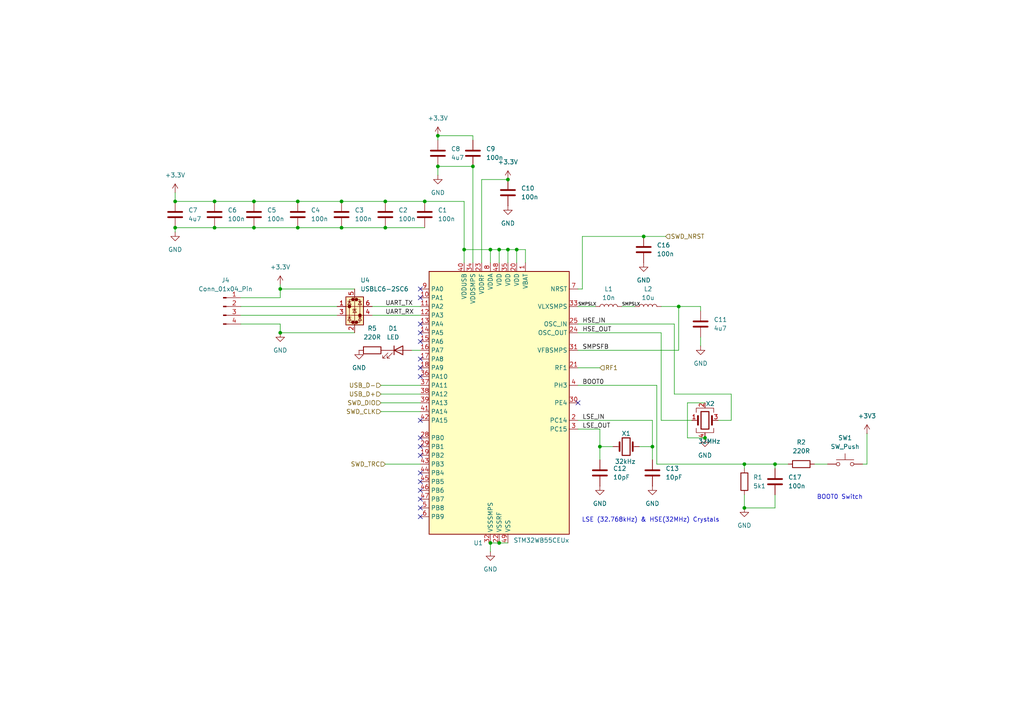
<source format=kicad_sch>
(kicad_sch (version 20250114) (generator "eeschema") (generator_version "9.0")
  (paper "A4")
  (lib_symbols
    (symbol "Connector:Conn_01x04_Pin" (pin_names (offset 1.016) (hide yes))
      (property "Reference" "J" (at 0 5.08 0))
      (property "Value" "Conn_01x04_Pin" (at 0 -7.62 0))
      (symbol "Conn_01x04_Pin_1_1"
        (rectangle (start 0.8636 2.667) (end 0 2.413) (stroke (width 0.1524)) (fill (type outline)))
        (rectangle (start 0.8636 0.127) (end 0 -0.127) (stroke (width 0.1524)) (fill (type outline)))
        (rectangle (start 0.8636 -2.413) (end 0 -2.667) (stroke (width 0.1524)) (fill (type outline)))
        (rectangle (start 0.8636 -4.953) (end 0 -5.207) (stroke (width 0.1524)) (fill (type outline)))
        (polyline (pts (xy 1.27 2.54) (xy 0.8636 2.54)) (stroke (width 0.1524)))
        (polyline (pts (xy 1.27 0) (xy 0.8636 0)) (stroke (width 0.1524)))
        (polyline (pts (xy 1.27 -2.54) (xy 0.8636 -2.54)) (stroke (width 0.1524)))
        (polyline (pts (xy 1.27 -5.08) (xy 0.8636 -5.08)) (stroke (width 0.1524)))
        (pin passive line (at 5.08 2.54 180) (length 3.81) (name "Pin_1") (number "1"))
        (pin passive line (at 5.08 0 180) (length 3.81) (name "Pin_2") (number "2"))
        (pin passive line (at 5.08 -2.54 180) (length 3.81) (name "Pin_3") (number "3"))
        (pin passive line (at 5.08 -5.08 180) (length 3.81) (name "Pin_4") (number "4"))
      )
    )
    (symbol "Device:C" (pin_numbers (hide yes)) (pin_names (offset 0.254))
      (property "Reference" "C" (at 0.635 2.54 0))
      (property "Value" "C" (at 0.635 -2.54 0))
      (symbol "C_0_1"
        (polyline (pts (xy -2.032 0.762) (xy 2.032 0.762)) (stroke (width 0.508)))
        (polyline (pts (xy -2.032 -0.762) (xy 2.032 -0.762)) (stroke (width 0.508)))
      )
      (symbol "C_1_1"
        (pin passive line (at 0 3.81 270) (length 2.794) (name "~") (number "1"))
        (pin passive line (at 0 -3.81 90) (length 2.794) (name "~") (number "2"))
      )
    )
    (symbol "Device:Crystal" (pin_numbers (hide yes)) (pin_names (offset 1.016) (hide yes))
      (property "Reference" "Y" (at 0 3.81 0))
      (property "Value" "Crystal" (at 0 -3.81 0))
      (symbol "Crystal_0_1"
        (polyline (pts (xy -2.54 0) (xy -1.905 0)))
        (polyline (pts (xy -1.905 -1.27) (xy -1.905 1.27)) (stroke (width 0.508)))
        (rectangle (start -1.143 2.54) (end 1.143 -2.54) (stroke (width 0.3048)))
        (polyline (pts (xy 1.905 -1.27) (xy 1.905 1.27)) (stroke (width 0.508)))
        (polyline (pts (xy 2.54 0) (xy 1.905 0)))
      )
      (symbol "Crystal_1_1"
        (pin passive line (at -3.81 0 0) (length 1.27) (name "1") (number "1"))
        (pin passive line (at 3.81 0 180) (length 1.27) (name "2") (number "2"))
      )
    )
    (symbol "Device:Crystal_GND24" (pin_names (offset 1.016) (hide yes))
      (property "Reference" "Y" (at 3.175 5.08 0))
      (property "Value" "Crystal_GND24" (at 3.175 3.175 0))
      (symbol "Crystal_GND24_0_1"
        (polyline (pts (xy -2.54 2.286) (xy -2.54 3.556) (xy 2.54 3.556) (xy 2.54 2.286)))
        (polyline (pts (xy -2.54 0) (xy -2.032 0)))
        (polyline (pts (xy -2.54 -2.286) (xy -2.54 -3.556) (xy 2.54 -3.556) (xy 2.54 -2.286)))
        (polyline (pts (xy -2.032 -1.27) (xy -2.032 1.27)) (stroke (width 0.508)))
        (rectangle (start -1.143 2.54) (end 1.143 -2.54) (stroke (width 0.3048)))
        (polyline (pts (xy 0 3.556) (xy 0 3.81)))
        (polyline (pts (xy 0 -3.81) (xy 0 -3.556)))
        (polyline (pts (xy 2.032 0) (xy 2.54 0)))
        (polyline (pts (xy 2.032 -1.27) (xy 2.032 1.27)) (stroke (width 0.508)))
      )
      (symbol "Crystal_GND24_1_1"
        (pin passive line (at -3.81 0 0) (length 1.27) (name "1") (number "1"))
        (pin passive line (at 0 5.08 270) (length 1.27) (name "2") (number "2"))
        (pin passive line (at 0 -5.08 90) (length 1.27) (name "4") (number "4"))
        (pin passive line (at 3.81 0 180) (length 1.27) (name "3") (number "3"))
      )
    )
    (symbol "Device:L" (pin_numbers (hide yes)) (pin_names (offset 1.016) (hide yes))
      (property "Reference" "L" (at -1.27 0 90))
      (property "Value" "L" (at 1.905 0 90))
      (symbol "L_0_1"
        (arc (start 0 2.54) (mid 0.6323 1.905) (end 0 1.27))
        (arc (start 0 1.27) (mid 0.6323 0.635) (end 0 0))
        (arc (start 0 0) (mid 0.6323 -0.635) (end 0 -1.27))
        (arc (start 0 -1.27) (mid 0.6323 -1.905) (end 0 -2.54))
      )
      (symbol "L_1_1"
        (pin passive line (at 0 3.81 270) (length 1.27) (name "1") (number "1"))
        (pin passive line (at 0 -3.81 90) (length 1.27) (name "2") (number "2"))
      )
    )
    (symbol "Device:LED" (pin_numbers (hide yes)) (pin_names (offset 1.016) (hide yes))
      (property "Reference" "D" (at 0 2.54 0))
      (property "Value" "LED" (at 0 -2.54 0))
      (symbol "LED_0_1"
        (polyline (pts (xy -3.048 -0.762) (xy -4.572 -2.286) (xy -3.81 -2.286) (xy -4.572 -2.286) (xy -4.572 -1.524)))
        (polyline (pts (xy -1.778 -0.762) (xy -3.302 -2.286) (xy -2.54 -2.286) (xy -3.302 -2.286) (xy -3.302 -1.524)))
        (polyline (pts (xy -1.27 0) (xy 1.27 0)))
        (polyline (pts (xy -1.27 -1.27) (xy -1.27 1.27)) (stroke (width 0.254)))
        (polyline (pts (xy 1.27 -1.27) (xy 1.27 1.27) (xy -1.27 0) (xy 1.27 -1.27)) (stroke (width 0.254)))
      )
      (symbol "LED_1_1"
        (pin passive line (at -3.81 0 0) (length 2.54) (name "K") (number "1"))
        (pin passive line (at 3.81 0 180) (length 2.54) (name "A") (number "2"))
      )
    )
    (symbol "Device:R" (pin_numbers (hide yes)) (pin_names (offset 0))
      (property "Reference" "R" (at 2.032 0 90))
      (property "Value" "R" (at 0 0 90))
      (symbol "R_0_1"
        (rectangle (start -1.016 -2.54) (end 1.016 2.54) (stroke (width 0.254)))
      )
      (symbol "R_1_1"
        (pin passive line (at 0 3.81 270) (length 1.27) (name "~") (number "1"))
        (pin passive line (at 0 -3.81 90) (length 1.27) (name "~") (number "2"))
      )
    )
    (symbol "MCU_ST_STM32WB:STM32WB55CEUx"
      (property "Reference" "U" (at -20.32 39.37 0))
      (property "Value" "STM32WB55CEUx" (at 12.7 39.37 0))
      (symbol "STM32WB55CEUx_0_1"
        (rectangle (start -20.32 -38.1) (end 20.32 38.1) (stroke (width 0.254)) (fill (type background)))
      )
      (symbol "STM32WB55CEUx_1_1"
        (pin input line (at -22.86 33.02 0) (length 2.54) (name "NRST") (number "7"))
        (pin power_in line (at -22.86 27.94 0) (length 2.54) (name "VLXSMPS") (number "33"))
        (pin input line (at -22.86 22.86 0) (length 2.54) (name "OSC_IN") (number "25"))
        (pin input line (at -22.86 20.32 0) (length 2.54) (name "OSC_OUT") (number "24"))
        (pin input line (at -22.86 15.24 0) (length 2.54) (name "VFBSMPS") (number "31"))
        (pin bidirectional line (at -22.86 10.16 0) (length 2.54) (name "RF1") (number "21"))
        (pin bidirectional line (at -22.86 5.08 0) (length 2.54) (name "PH3") (number "4"))
        (pin bidirectional line (at -22.86 0 0) (length 2.54) (name "PE4") (number "30"))
        (pin bidirectional line (at -22.86 -5.08 0) (length 2.54) (name "PC14") (number "2"))
        (pin bidirectional line (at -22.86 -7.62 0) (length 2.54) (name "PC15") (number "3"))
        (pin no_connect line (at -20.32 -35.56 0) (length 2.54) (hide yes) (name "AT1") (number "27"))
        (pin no_connect line (at -20.32 -38.1 0) (length 2.54) (hide yes) (name "AT0") (number "26"))
        (pin power_in line (at -7.62 40.64 270) (length 2.54) (name "VBAT") (number "1"))
        (pin power_in line (at -5.08 40.64 270) (length 2.54) (name "VDD") (number "20"))
        (pin power_in line (at -2.54 40.64 270) (length 2.54) (name "VDD") (number "35"))
        (pin power_in line (at -2.54 -40.64 90) (length 2.54) (name "VSS") (number "49"))
        (pin power_in line (at 0 40.64 270) (length 2.54) (name "VDD") (number "48"))
        (pin power_in line (at 0 -40.64 90) (length 2.54) (name "VSSRF") (number "22"))
        (pin power_in line (at 2.54 40.64 270) (length 2.54) (name "VDDA") (number "8"))
        (pin power_in line (at 2.54 -40.64 90) (length 2.54) (name "VSSSMPS") (number "32"))
        (pin power_in line (at 5.08 40.64 270) (length 2.54) (name "VDDRF") (number "23"))
        (pin power_in line (at 7.62 40.64 270) (length 2.54) (name "VDDSMPS") (number "34"))
        (pin power_in line (at 10.16 40.64 270) (length 2.54) (name "VDDUSB") (number "40"))
        (pin bidirectional line (at 22.86 33.02 180) (length 2.54) (name "PA0") (number "9"))
        (pin bidirectional line (at 22.86 30.48 180) (length 2.54) (name "PA1") (number "10"))
        (pin bidirectional line (at 22.86 27.94 180) (length 2.54) (name "PA2") (number "11"))
        (pin bidirectional line (at 22.86 25.4 180) (length 2.54) (name "PA3") (number "12"))
        (pin bidirectional line (at 22.86 22.86 180) (length 2.54) (name "PA4") (number "13"))
        (pin bidirectional line (at 22.86 20.32 180) (length 2.54) (name "PA5") (number "14"))
        (pin bidirectional line (at 22.86 17.78 180) (length 2.54) (name "PA6") (number "15"))
        (pin bidirectional line (at 22.86 15.24 180) (length 2.54) (name "PA7") (number "16"))
        (pin bidirectional line (at 22.86 12.7 180) (length 2.54) (name "PA8") (number "17"))
        (pin bidirectional line (at 22.86 10.16 180) (length 2.54) (name "PA9") (number "18"))
        (pin bidirectional line (at 22.86 7.62 180) (length 2.54) (name "PA10") (number "36"))
        (pin bidirectional line (at 22.86 5.08 180) (length 2.54) (name "PA11") (number "37"))
        (pin bidirectional line (at 22.86 2.54 180) (length 2.54) (name "PA12") (number "38"))
        (pin bidirectional line (at 22.86 0 180) (length 2.54) (name "PA13") (number "39"))
        (pin bidirectional line (at 22.86 -2.54 180) (length 2.54) (name "PA14") (number "41"))
        (pin bidirectional line (at 22.86 -5.08 180) (length 2.54) (name "PA15") (number "42"))
        (pin bidirectional line (at 22.86 -10.16 180) (length 2.54) (name "PB0") (number "28"))
        (pin bidirectional line (at 22.86 -12.7 180) (length 2.54) (name "PB1") (number "29"))
        (pin bidirectional line (at 22.86 -15.24 180) (length 2.54) (name "PB2") (number "19"))
        (pin bidirectional line (at 22.86 -17.78 180) (length 2.54) (name "PB3") (number "43"))
        (pin bidirectional line (at 22.86 -20.32 180) (length 2.54) (name "PB4") (number "44"))
        (pin bidirectional line (at 22.86 -22.86 180) (length 2.54) (name "PB5") (number "45"))
        (pin bidirectional line (at 22.86 -25.4 180) (length 2.54) (name "PB6") (number "46"))
        (pin bidirectional line (at 22.86 -27.94 180) (length 2.54) (name "PB7") (number "47"))
        (pin bidirectional line (at 22.86 -30.48 180) (length 2.54) (name "PB8") (number "5"))
        (pin bidirectional line (at 22.86 -33.02 180) (length 2.54) (name "PB9") (number "6"))
      )
    )
    (symbol "Power_Protection:USBLC6-2SC6" (pin_names (hide yes))
      (property "Reference" "U" (at 0.635 5.715 0))
      (property "Value" "USBLC6-2SC6" (at 0.635 3.81 0))
      (symbol "USBLC6-2SC6_0_0"
        (circle (center -1.524 0) (radius 0.0001) (stroke (width 0.508)))
        (circle (center -0.508 2.032) (radius 0.0001) (stroke (width 0.508)))
        (circle (center -0.508 -4.572) (radius 0.0001) (stroke (width 0.508)))
        (circle (center 0.508 2.032) (radius 0.0001) (stroke (width 0.508)))
        (circle (center 0.508 -4.572) (radius 0.0001) (stroke (width 0.508)))
        (circle (center 1.524 -2.54) (radius 0.0001) (stroke (width 0.508)))
      )
      (symbol "USBLC6-2SC6_0_1"
        (polyline (pts (xy -2.54 0) (xy 2.54 0)))
        (polyline (pts (xy -2.54 -2.54) (xy 2.54 -2.54)))
        (polyline (pts (xy -2.032 0.508) (xy -1.016 0.508) (xy -1.524 1.524) (xy -2.032 0.508)))
        (polyline (pts (xy -2.032 -3.048) (xy -1.016 -3.048)))
        (polyline (pts (xy -1.016 1.524) (xy -2.032 1.524)))
        (polyline (pts (xy -1.016 -4.064) (xy -2.032 -4.064) (xy -1.524 -3.048) (xy -1.016 -4.064)))
        (polyline (pts (xy -0.508 -1.143) (xy -0.508 -0.762) (xy 0.508 -0.762)))
        (polyline (pts (xy 0 2.54) (xy -0.508 2.032) (xy 0.508 2.032) (xy 0 1.524) (xy 0 -4.064) (xy -0.508 -4.572) (xy 0.508 -4.572) (xy 0 -5.08)))
        (polyline (pts (xy 0.508 -1.778) (xy -0.508 -1.778) (xy 0 -0.762) (xy 0.508 -1.778)))
        (polyline (pts (xy 1.016 1.524) (xy 2.032 1.524)))
        (polyline (pts (xy 1.016 -3.048) (xy 2.032 -3.048)))
        (polyline (pts (xy 2.032 0.508) (xy 1.016 0.508) (xy 1.524 1.524) (xy 2.032 0.508)))
        (polyline (pts (xy 2.032 -4.064) (xy 1.016 -4.064) (xy 1.524 -3.048) (xy 2.032 -4.064)))
      )
      (symbol "USBLC6-2SC6_1_1"
        (rectangle (start -2.54 2.794) (end 2.54 -5.334) (stroke (width 0.254)) (fill (type background)))
        (polyline (pts (xy -0.508 2.032) (xy -1.524 2.032) (xy -1.524 -4.572) (xy -0.508 -4.572)))
        (polyline (pts (xy 0.508 -4.572) (xy 1.524 -4.572) (xy 1.524 2.032) (xy 0.508 2.032)))
        (pin passive line (at -5.08 0 0) (length 2.54) (name "I/O1") (number "1"))
        (pin passive line (at -5.08 -2.54 0) (length 2.54) (name "I/O2") (number "3"))
        (pin passive line (at 0 5.08 270) (length 2.54) (name "VBUS") (number "5"))
        (pin passive line (at 0 -7.62 90) (length 2.54) (name "GND") (number "2"))
        (pin passive line (at 5.08 0 180) (length 2.54) (name "I/O1") (number "6"))
        (pin passive line (at 5.08 -2.54 180) (length 2.54) (name "I/O2") (number "4"))
      )
    )
    (symbol "Switch:SW_Push" (pin_numbers (hide yes)) (pin_names (offset 1.016) (hide yes))
      (property "Reference" "SW" (at 1.27 2.54 0))
      (property "Value" "SW_Push" (at 0 -1.524 0))
      (symbol "SW_Push_0_1"
        (circle (center -2.032 0) (radius 0.508))
        (polyline (pts (xy 0 1.27) (xy 0 3.048)))
        (circle (center 2.032 0) (radius 0.508))
        (polyline (pts (xy 2.54 1.27) (xy -2.54 1.27)))
        (pin passive line (at -5.08 0 0) (length 2.54) (name "1") (number "1"))
        (pin passive line (at 5.08 0 180) (length 2.54) (name "2") (number "2"))
      )
    )
    (symbol "power:+3.3V" (power) (pin_numbers (hide yes)) (pin_names (offset 0) (hide yes))
      (property "Value" "+3.3V" (at 0 3.556 0))
      (symbol "+3.3V_0_1"
        (polyline (pts (xy -0.762 1.27) (xy 0 2.54)))
        (polyline (pts (xy 0 2.54) (xy 0.762 1.27)))
        (polyline (pts (xy 0 0) (xy 0 2.54)))
      )
      (symbol "+3.3V_1_1"
        (pin power_in line (at 0 0 90) (length 0) (name "~") (number "1"))
      )
    )
    (symbol "power:+3V3" (power) (pin_numbers (hide yes)) (pin_names (offset 0) (hide yes))
      (property "Value" "+3V3" (at 0 3.556 0))
      (symbol "+3V3_0_1"
        (polyline (pts (xy -0.762 1.27) (xy 0 2.54)))
        (polyline (pts (xy 0 2.54) (xy 0.762 1.27)))
        (polyline (pts (xy 0 0) (xy 0 2.54)))
      )
      (symbol "+3V3_1_1"
        (pin power_in line (at 0 0 90) (length 0) (name "~") (number "1"))
      )
    )
    (symbol "power:GND" (power) (pin_numbers (hide yes)) (pin_names (offset 0) (hide yes))
      (property "Value" "GND" (at 0 -3.81 0))
      (symbol "GND_0_1"
        (polyline (pts (xy 0 0) (xy 0 -1.27) (xy 1.27 -1.27) (xy 0 -2.54) (xy -1.27 -1.27) (xy 0 -1.27)))
      )
      (symbol "GND_1_1"
        (pin power_in line (at 0 0 270) (length 0) (name "~") (number "1"))
      )
    )
  )
  (text "BOOT0 Switch\n" (at 243.586 144.272 0) (effects (font (size 1.27 1.27))))
  (text "LSE (32.768kHz) & HSE(32MHz) Crystals" (at 188.722 150.876 0) (effects (font (size 1.27 1.27))))
  (junction (at 173.99 129.54))
  (junction (at 50.8 58.42))
  (junction (at 50.8 66.04))
  (junction (at 86.36 66.04))
  (junction (at 204.47 127))
  (junction (at 215.9 134.62))
  (junction (at 144.78 157.48))
  (junction (at 142.24 72.39))
  (junction (at 134.62 72.39))
  (junction (at 147.32 72.39))
  (junction (at 149.86 72.39))
  (junction (at 137.16 48.26))
  (junction (at 215.9 147.32))
  (junction (at 196.85 88.9))
  (junction (at 73.66 66.04))
  (junction (at 127 39.37))
  (junction (at 62.23 58.42))
  (junction (at 147.32 52.07))
  (junction (at 189.23 129.54))
  (junction (at 99.06 58.42))
  (junction (at 111.76 58.42))
  (junction (at 224.79 134.62))
  (junction (at 99.06 66.04))
  (junction (at 81.28 96.52))
  (junction (at 62.23 66.04))
  (junction (at 144.78 72.39))
  (junction (at 86.36 58.42))
  (junction (at 81.28 83.82))
  (junction (at 186.69 68.58))
  (junction (at 111.76 66.04))
  (junction (at 123.19 58.42))
  (junction (at 142.24 157.48))
  (junction (at 73.66 58.42))
  (junction (at 127 48.26))
  (no_connect (at 121.92 149.86))
  (no_connect (at 167.64 116.84))
  (no_connect (at 121.92 132.08))
  (no_connect (at 121.92 104.14))
  (no_connect (at 121.92 93.98))
  (no_connect (at 121.92 139.7))
  (no_connect (at 121.92 96.52))
  (no_connect (at 121.92 147.32))
  (no_connect (at 121.92 121.92))
  (no_connect (at 121.92 83.82))
  (no_connect (at 121.92 86.36))
  (no_connect (at 121.92 109.22))
  (no_connect (at 121.92 137.16))
  (no_connect (at 121.92 106.68))
  (no_connect (at 121.92 99.06))
  (no_connect (at 121.92 129.54))
  (no_connect (at 121.92 142.24))
  (no_connect (at 121.92 144.78))
  (no_connect (at 121.92 127))
  (wire (pts (xy 137.16 39.37) (xy 137.16 40.64)))
  (wire (pts (xy 142.24 157.48) (xy 144.78 157.48)))
  (wire (pts (xy 107.95 88.9) (xy 121.92 88.9)))
  (wire (pts (xy 62.23 58.42) (xy 73.66 58.42)))
  (wire (pts (xy 73.66 58.42) (xy 86.36 58.42)))
  (wire (pts (xy 127 39.37) (xy 127 40.64)))
  (wire (pts (xy 191.77 88.9) (xy 196.85 88.9)))
  (wire (pts (xy 50.8 58.42) (xy 62.23 58.42)))
  (wire (pts (xy 167.64 93.98) (xy 195.58 93.98)))
  (wire (pts (xy 69.85 93.98) (xy 81.28 93.98)))
  (wire (pts (xy 134.62 72.39) (xy 134.62 76.2)))
  (wire (pts (xy 144.78 72.39) (xy 144.78 76.2)))
  (wire (pts (xy 50.8 66.04) (xy 62.23 66.04)))
  (wire (pts (xy 142.24 157.48) (xy 142.24 160.02)))
  (wire (pts (xy 110.49 119.38) (xy 121.92 119.38)))
  (wire (pts (xy 69.85 91.44) (xy 97.79 91.44)))
  (wire (pts (xy 167.64 121.92) (xy 189.23 121.92)))
  (wire (pts (xy 190.5 134.62) (xy 215.9 134.62)))
  (wire (pts (xy 134.62 72.39) (xy 142.24 72.39)))
  (wire (pts (xy 224.79 134.62) (xy 228.6 134.62)))
  (wire (pts (xy 167.64 88.9) (xy 172.72 88.9)))
  (wire (pts (xy 173.99 129.54) (xy 173.99 133.35)))
  (wire (pts (xy 111.76 134.62) (xy 121.92 134.62)))
  (wire (pts (xy 167.64 101.6) (xy 196.85 101.6)))
  (wire (pts (xy 180.34 88.9) (xy 184.15 88.9)))
  (wire (pts (xy 236.22 134.62) (xy 240.03 134.62)))
  (wire (pts (xy 215.9 134.62) (xy 215.9 135.89)))
  (wire (pts (xy 189.23 121.92) (xy 189.23 129.54)))
  (wire (pts (xy 144.78 72.39) (xy 147.32 72.39)))
  (wire (pts (xy 199.39 116.84) (xy 199.39 127)))
  (wire (pts (xy 215.9 147.32) (xy 215.9 143.51)))
  (wire (pts (xy 224.79 147.32) (xy 224.79 143.51)))
  (wire (pts (xy 102.87 96.52) (xy 81.28 96.52)))
  (wire (pts (xy 251.46 125.73) (xy 251.46 134.62)))
  (wire (pts (xy 193.04 68.58) (xy 186.69 68.58)))
  (wire (pts (xy 152.4 72.39) (xy 152.4 76.2)))
  (wire (pts (xy 110.49 116.84) (xy 121.92 116.84)))
  (wire (pts (xy 50.8 55.88) (xy 50.8 58.42)))
  (wire (pts (xy 191.77 96.52) (xy 167.64 96.52)))
  (wire (pts (xy 73.66 66.04) (xy 86.36 66.04)))
  (wire (pts (xy 111.76 66.04) (xy 123.19 66.04)))
  (wire (pts (xy 215.9 147.32) (xy 224.79 147.32)))
  (wire (pts (xy 62.23 66.04) (xy 73.66 66.04)))
  (wire (pts (xy 127 48.26) (xy 137.16 48.26)))
  (wire (pts (xy 69.85 86.36) (xy 81.28 86.36)))
  (wire (pts (xy 199.39 127) (xy 204.47 127)))
  (wire (pts (xy 86.36 58.42) (xy 99.06 58.42)))
  (wire (pts (xy 107.95 91.44) (xy 121.92 91.44)))
  (wire (pts (xy 119.38 101.6) (xy 121.92 101.6)))
  (wire (pts (xy 173.99 124.46) (xy 173.99 129.54)))
  (wire (pts (xy 200.66 121.92) (xy 191.77 121.92)))
  (wire (pts (xy 224.79 134.62) (xy 224.79 135.89)))
  (wire (pts (xy 167.64 111.76) (xy 190.5 111.76)))
  (wire (pts (xy 81.28 96.52) (xy 81.28 93.98)))
  (wire (pts (xy 99.06 58.42) (xy 111.76 58.42)))
  (wire (pts (xy 86.36 66.04) (xy 99.06 66.04)))
  (wire (pts (xy 50.8 66.04) (xy 50.8 67.31)))
  (wire (pts (xy 215.9 134.62) (xy 224.79 134.62)))
  (wire (pts (xy 212.09 114.3) (xy 212.09 121.92)))
  (wire (pts (xy 134.62 58.42) (xy 134.62 72.39)))
  (wire (pts (xy 69.85 88.9) (xy 97.79 88.9)))
  (wire (pts (xy 139.7 52.07) (xy 139.7 76.2)))
  (wire (pts (xy 149.86 72.39) (xy 152.4 72.39)))
  (wire (pts (xy 137.16 48.26) (xy 137.16 76.2)))
  (wire (pts (xy 142.24 72.39) (xy 142.24 76.2)))
  (wire (pts (xy 149.86 72.39) (xy 149.86 76.2)))
  (wire (pts (xy 142.24 72.39) (xy 144.78 72.39)))
  (wire (pts (xy 186.69 68.58) (xy 168.91 68.58)))
  (wire (pts (xy 81.28 86.36) (xy 81.28 83.82)))
  (wire (pts (xy 190.5 111.76) (xy 190.5 134.62)))
  (wire (pts (xy 147.32 72.39) (xy 149.86 72.39)))
  (wire (pts (xy 195.58 114.3) (xy 212.09 114.3)))
  (wire (pts (xy 203.2 88.9) (xy 203.2 90.17)))
  (wire (pts (xy 196.85 101.6) (xy 196.85 88.9)))
  (wire (pts (xy 173.99 129.54) (xy 177.8 129.54)))
  (wire (pts (xy 195.58 93.98) (xy 195.58 114.3)))
  (wire (pts (xy 127 39.37) (xy 137.16 39.37)))
  (wire (pts (xy 110.49 111.76) (xy 121.92 111.76)))
  (wire (pts (xy 144.78 157.48) (xy 147.32 157.48)))
  (wire (pts (xy 110.49 114.3) (xy 121.92 114.3)))
  (wire (pts (xy 196.85 88.9) (xy 203.2 88.9)))
  (wire (pts (xy 251.46 134.62) (xy 250.19 134.62)))
  (wire (pts (xy 81.28 83.82) (xy 81.28 82.55)))
  (wire (pts (xy 134.62 58.42) (xy 123.19 58.42)))
  (wire (pts (xy 111.76 58.42) (xy 123.19 58.42)))
  (wire (pts (xy 168.91 68.58) (xy 168.91 83.82)))
  (wire (pts (xy 147.32 72.39) (xy 147.32 76.2)))
  (wire (pts (xy 212.09 121.92) (xy 208.28 121.92)))
  (wire (pts (xy 203.2 100.33) (xy 203.2 97.79)))
  (wire (pts (xy 191.77 121.92) (xy 191.77 96.52)))
  (wire (pts (xy 168.91 83.82) (xy 167.64 83.82)))
  (wire (pts (xy 185.42 129.54) (xy 189.23 129.54)))
  (wire (pts (xy 147.32 52.07) (xy 139.7 52.07)))
  (wire (pts (xy 167.64 124.46) (xy 173.99 124.46)))
  (wire (pts (xy 189.23 129.54) (xy 189.23 133.35)))
  (wire (pts (xy 99.06 66.04) (xy 111.76 66.04)))
  (wire (pts (xy 81.28 83.82) (xy 102.87 83.82)))
  (wire (pts (xy 204.47 116.84) (xy 199.39 116.84)))
  (wire (pts (xy 127 48.26) (xy 127 50.8)))
  (wire (pts (xy 167.64 106.68) (xy 173.99 106.68)))
  (label "BOOT0" (at 168.91 111.76 0))
  (label "LSE_OUT" (at 168.91 124.46 0))
  (label "HSE_OUT" (at 168.91 96.52 0))
  (label "UART_TX" (at 111.76 88.9 0))
  (label "SMPSLX" (at 167.64 88.9 0) (effects (font (size 0.889 0.889))))
  (label "SMPSFB" (at 168.91 101.6 0))
  (label "LSE_IN" (at 168.91 121.92 0))
  (label "HSE_IN" (at 168.91 93.98 0))
  (label "SMPSLX" (at 180.34 88.9 0) (effects (font (size 0.889 0.889))))
  (label "UART_RX" (at 111.76 91.44 0))
  (hierarchical_label "SWD_CLK" (shape input) (at 110.49 119.38 180))
  (hierarchical_label "USB_D-" (shape input) (at 110.49 111.76 180))
  (hierarchical_label "SWD_DIO" (shape input) (at 110.49 116.84 180))
  (hierarchical_label "SWD_TRC" (shape input) (at 111.76 134.62 180))
  (hierarchical_label "SWD_NRST" (shape input) (at 193.04 68.58 0))
  (hierarchical_label "RF1" (shape input) (at 173.99 106.68 0))
  (hierarchical_label "USB_D+" (shape input) (at 110.49 114.3 180))
  (symbol (lib_id "Device:C") (at 123.19 62.23 0) (unit 1)
    (property "Reference" "C1" (at 127 60.9599 0) (effects (justify left)))
    (property "Value" "100n" (at 127 63.4999 0) (effects (justify left)))
    (property "Footprint" "Capacitor_SMD:C_0402_1005Metric" (effects (hide yes)))
    (property "Description" "Unpolarized capacitor" (effects (hide yes)))
  )
  (symbol (lib_id "power:GND") (at 50.8 67.31 0) (unit 1)
    (property "Reference" "#PWR03" (effects (hide yes)))
    (property "Value" "GND" (at 50.8 72.39 0))
    (property "Description" "Power symbol creates a global label with name \"GND\" , ground" (effects (hide yes)))
  )
  (symbol (lib_id "Device:R") (at 215.9 139.7 0) (unit 1)
    (property "Reference" "R1" (at 218.44 138.4299 0) (effects (justify left)))
    (property "Value" "5k1" (at 218.44 140.9699 0) (effects (justify left)))
    (property "Footprint" "Resistor_SMD:R_0402_1005Metric" (effects (hide yes)))
    (property "Description" "Resistor" (effects (hide yes)))
  )
  (symbol (lib_id "power:GND") (at 147.32 59.69 0) (unit 1)
    (property "Reference" "#PWR07" (effects (hide yes)))
    (property "Value" "GND" (at 147.32 64.77 0))
    (property "Description" "Power symbol creates a global label with name \"GND\" , ground" (effects (hide yes)))
  )
  (symbol (lib_id "Power_Protection:USBLC6-2SC6") (at 102.87 88.9 0) (unit 1)
    (property "Reference" "U4" (at 104.5211 81.28 0) (effects (justify left)))
    (property "Value" "USBLC6-2SC6" (at 104.5211 83.82 0) (effects (justify left)))
    (property "Footprint" "Package_TO_SOT_SMD:SOT-23-6" (effects (hide yes)))
    (property "Datasheet" "https://www.st.com/resource/en/datasheet/usblc6-2.pdf" (effects (hide yes)))
    (property "Description" "Very low capacitance ESD protection diode, 2 data-line, SOT-23-6" (effects (hide yes)))
  )
  (symbol (lib_id "Switch:SW_Push") (at 245.11 134.62 0) (unit 1)
    (property "Reference" "SW1" (at 245.11 127 0))
    (property "Value" "SW_Push" (at 245.11 129.54 0))
    (property "Footprint" "Button_Switch_SMD:SW_SPST_CK_RS282G05A3" (effects (hide yes)))
    (property "Description" "Push button switch, generic, two pins" (effects (hide yes)))
  )
  (symbol (lib_id "Device:C") (at 127 44.45 0) (unit 1)
    (property "Reference" "C8" (at 130.81 43.1799 0) (effects (justify left)))
    (property "Value" "4u7" (at 130.81 45.7199 0) (effects (justify left)))
    (property "Footprint" "Capacitor_SMD:C_0603_1608Metric" (effects (hide yes)))
    (property "Description" "Unpolarized capacitor" (effects (hide yes)))
  )
  (symbol (lib_id "power:GND") (at 189.23 140.97 0) (unit 1)
    (property "Reference" "#PWR010" (effects (hide yes)))
    (property "Value" "GND" (at 189.23 146.05 0))
    (property "Description" "Power symbol creates a global label with name \"GND\" , ground" (effects (hide yes)))
  )
  (symbol (lib_id "Device:L") (at 187.96 88.9 90) (unit 1)
    (property "Reference" "L2" (at 187.96 83.82 90))
    (property "Value" "10u" (at 187.96 86.36 90))
    (property "Footprint" "Inductor_SMD:L_0805_2012Metric" (effects (hide yes)))
    (property "Description" "Inductor" (effects (hide yes)))
  )
  (symbol (lib_id "Device:C") (at 224.79 139.7 0) (unit 1)
    (property "Reference" "C17" (at 228.6 138.4299 0) (effects (justify left)))
    (property "Value" "100n" (at 228.6 140.9699 0) (effects (justify left)))
    (property "Footprint" "Capacitor_SMD:C_0402_1005Metric" (effects (hide yes)))
    (property "Description" "Unpolarized capacitor" (effects (hide yes)))
  )
  (symbol (lib_id "power:GND") (at 142.24 160.02 0) (unit 1)
    (property "Reference" "#PWR01" (effects (hide yes)))
    (property "Value" "GND" (at 142.24 165.1 0))
    (property "Description" "Power symbol creates a global label with name \"GND\" , ground" (effects (hide yes)))
  )
  (symbol (lib_id "Device:C") (at 147.32 55.88 0) (unit 1)
    (property "Reference" "C10" (at 151.13 54.6099 0) (effects (justify left)))
    (property "Value" "100n" (at 151.13 57.1499 0) (effects (justify left)))
    (property "Footprint" "Capacitor_SMD:C_0402_1005Metric" (effects (hide yes)))
    (property "Description" "Unpolarized capacitor" (effects (hide yes)))
  )
  (symbol (lib_id "Connector:Conn_01x04_Pin") (at 64.77 88.9 0) (unit 1)
    (property "Reference" "J4" (at 65.405 81.28 0))
    (property "Value" "Conn_01x04_Pin" (at 65.405 83.82 0))
    (property "Footprint" "Connector_Coaxial:U.FL_Hirose_U.FL-R-SMT-1_Vertical" (effects (hide yes)))
    (property "Description" "Generic connector, single row, 01x04, script generated" (effects (hide yes)))
  )
  (symbol (lib_id "Device:C") (at 73.66 62.23 0) (unit 1)
    (property "Reference" "C5" (at 77.47 60.9599 0) (effects (justify left)))
    (property "Value" "100n" (at 77.47 63.4999 0) (effects (justify left)))
    (property "Footprint" "Capacitor_SMD:C_0402_1005Metric" (effects (hide yes)))
    (property "Description" "Unpolarized capacitor" (effects (hide yes)))
  )
  (symbol (lib_id "Device:C") (at 86.36 62.23 0) (unit 1)
    (property "Reference" "C4" (at 90.17 60.9599 0) (effects (justify left)))
    (property "Value" "100n" (at 90.17 63.4999 0) (effects (justify left)))
    (property "Footprint" "Capacitor_SMD:C_0402_1005Metric" (effects (hide yes)))
    (property "Description" "Unpolarized capacitor" (effects (hide yes)))
  )
  (symbol (lib_id "Device:LED") (at 115.57 101.6 0) (unit 1)
    (property "Reference" "D1" (at 113.9825 95.25 0))
    (property "Value" "LED" (at 113.9825 97.79 0))
    (property "Footprint" "LED_SMD:LED_0402_1005Metric" (effects (hide yes)))
    (property "Description" "Light emitting diode" (effects (hide yes)))
    (property "Sim.Pins" "1=K 2=A" (effects (hide yes)))
  )
  (symbol (lib_id "Device:C") (at 99.06 62.23 0) (unit 1)
    (property "Reference" "C3" (at 102.87 60.9599 0) (effects (justify left)))
    (property "Value" "100n" (at 102.87 63.4999 0) (effects (justify left)))
    (property "Footprint" "Capacitor_SMD:C_0402_1005Metric" (effects (hide yes)))
    (property "Description" "Unpolarized capacitor" (effects (hide yes)))
  )
  (symbol (lib_id "power:GND") (at 203.2 100.33 0) (unit 1)
    (property "Reference" "#PWR08" (effects (hide yes)))
    (property "Value" "GND" (at 203.2 105.41 0))
    (property "Description" "Power symbol creates a global label with name \"GND\" , ground" (effects (hide yes)))
  )
  (symbol (lib_id "Device:R") (at 107.95 101.6 90) (unit 1)
    (property "Reference" "R5" (at 107.95 95.25 90))
    (property "Value" "220R" (at 107.95 97.79 90))
    (property "Footprint" "Resistor_SMD:R_0402_1005Metric" (effects (hide yes)))
    (property "Description" "Resistor" (effects (hide yes)))
  )
  (symbol (lib_id "Device:C") (at 203.2 93.98 0) (unit 1)
    (property "Reference" "C11" (at 207.01 92.7099 0) (effects (justify left)))
    (property "Value" "4u7" (at 207.01 95.2499 0) (effects (justify left)))
    (property "Footprint" "Capacitor_SMD:C_0603_1608Metric" (effects (hide yes)))
    (property "Description" "Unpolarized capacitor" (effects (hide yes)))
  )
  (symbol (lib_id "Device:R") (at 232.41 134.62 90) (unit 1)
    (property "Reference" "R2" (at 232.41 128.27 90))
    (property "Value" "220R" (at 232.41 130.81 90))
    (property "Footprint" "Resistor_SMD:R_0402_1005Metric" (effects (hide yes)))
    (property "Description" "Resistor" (effects (hide yes)))
  )
  (symbol (lib_id "power:+3.3V") (at 127 39.37 0) (unit 1)
    (property "Reference" "#PWR05" (effects (hide yes)))
    (property "Value" "+3.3V" (at 127 34.29 0))
    (property "Description" "Power symbol creates a global label with name \"+3.3V\"" (effects (hide yes)))
  )
  (symbol (lib_id "power:GND") (at 204.47 127 0) (unit 1)
    (property "Reference" "#PWR09" (effects (hide yes)))
    (property "Value" "GND" (at 204.47 132.08 0))
    (property "Description" "Power symbol creates a global label with name \"GND\" , ground" (effects (hide yes)))
  )
  (symbol (lib_id "power:GND") (at 81.28 96.52 0) (unit 1)
    (property "Reference" "#PWR026" (effects (hide yes)))
    (property "Value" "GND" (at 81.28 101.6 0))
    (property "Description" "Power symbol creates a global label with name \"GND\" , ground" (effects (hide yes)))
  )
  (symbol (lib_id "Device:C") (at 173.99 137.16 0) (unit 1)
    (property "Reference" "C12" (at 177.8 135.8899 0) (effects (justify left)))
    (property "Value" "10pF" (at 177.8 138.4299 0) (effects (justify left)))
    (property "Footprint" "Capacitor_SMD:C_0402_1005Metric" (effects (hide yes)))
    (property "Description" "Unpolarized capacitor" (effects (hide yes)))
  )
  (symbol (lib_id "power:GND") (at 186.69 76.2 0) (unit 1)
    (property "Reference" "#PWR018" (effects (hide yes)))
    (property "Value" "GND" (at 186.69 81.28 0))
    (property "Description" "Power symbol creates a global label with name \"GND\" , ground" (effects (hide yes)))
  )
  (symbol (lib_id "power:+3.3V") (at 50.8 55.88 0) (unit 1)
    (property "Reference" "#PWR02" (effects (hide yes)))
    (property "Value" "+3.3V" (at 50.8 50.8 0))
    (property "Description" "Power symbol creates a global label with name \"+3.3V\"" (effects (hide yes)))
  )
  (symbol (lib_id "Device:Crystal") (at 181.61 129.54 0) (unit 1)
    (property "Reference" "X1" (at 181.61 125.73 0))
    (property "Value" "32kHz" (at 181.356 133.858 0))
    (property "Footprint" "Crystal:Crystal_SMD_2012-2Pin_2.0x1.2mm" (effects (hide yes)))
    (property "Description" "Two pin crystal" (effects (hide yes)))
  )
  (symbol (lib_id "power:GND") (at 104.14 101.6 0) (unit 1)
    (property "Reference" "#PWR028" (effects (hide yes)))
    (property "Value" "GND" (at 104.14 106.68 0))
    (property "Description" "Power symbol creates a global label with name \"GND\" , ground" (effects (hide yes)))
  )
  (symbol (lib_id "power:+3V3") (at 251.46 125.73 0) (unit 1)
    (property "Reference" "#PWR020" (effects (hide yes)))
    (property "Value" "+3V3" (at 251.46 120.65 0))
    (property "Description" "Power symbol creates a global label with name \"+3V3\"" (effects (hide yes)))
  )
  (symbol (lib_id "Device:C") (at 62.23 62.23 0) (unit 1)
    (property "Reference" "C6" (at 66.04 60.9599 0) (effects (justify left)))
    (property "Value" "100n" (at 66.04 63.4999 0) (effects (justify left)))
    (property "Footprint" "Capacitor_SMD:C_0402_1005Metric" (effects (hide yes)))
    (property "Description" "Unpolarized capacitor" (effects (hide yes)))
  )
  (symbol (lib_id "power:GND") (at 127 50.8 0) (unit 1)
    (property "Reference" "#PWR04" (effects (hide yes)))
    (property "Value" "GND" (at 127 55.88 0))
    (property "Description" "Power symbol creates a global label with name \"GND\" , ground" (effects (hide yes)))
  )
  (symbol (lib_id "Device:Crystal_GND24") (at 204.47 121.92 0) (unit 1)
    (property "Reference" "X2" (at 205.994 117.094 0))
    (property "Value" "32MHz" (at 205.74 128.016 0))
    (property "Footprint" "Crystal:Crystal_SMD_2016-4Pin_2.0x1.6mm" (effects (hide yes)))
    (property "Description" "Four pin crystal, GND on pins 2 and 4" (effects (hide yes)))
  )
  (symbol (lib_id "Device:C") (at 50.8 62.23 0) (unit 1)
    (property "Reference" "C7" (at 54.61 60.9599 0) (effects (justify left)))
    (property "Value" "4u7" (at 54.61 63.4999 0) (effects (justify left)))
    (property "Footprint" "Capacitor_SMD:C_0603_1608Metric" (effects (hide yes)))
    (property "Description" "Unpolarized capacitor" (effects (hide yes)))
  )
  (symbol (lib_id "Device:C") (at 186.69 72.39 0) (unit 1)
    (property "Reference" "C16" (at 190.5 71.1199 0) (effects (justify left)))
    (property "Value" "100n" (at 190.5 73.6599 0) (effects (justify left)))
    (property "Footprint" "Capacitor_SMD:C_0402_1005Metric" (effects (hide yes)))
    (property "Description" "Unpolarized capacitor" (effects (hide yes)))
  )
  (symbol (lib_id "MCU_ST_STM32WB:STM32WB55CEUx") (at 144.78 116.84 0) (mirror y) (unit 1)
    (property "Reference" "U1" (at 140.0967 157.48 0) (effects (justify left)))
    (property "Value" "STM32WB55CEUx" (at 165.1 156.718 0) (effects (justify left)))
    (property "Footprint" "Package_DFN_QFN:QFN-48-1EP_7x7mm_P0.5mm_EP5.6x5.6mm" (effects (hide yes)))
    (property "Datasheet" "https://www.st.com/resource/en/datasheet/stm32wb55ce.pdf" (effects (hide yes)))
    (property "Description" "STMicroelectronics Arm Cortex-M4 MCU, 512KB flash, 256KB RAM, 64 MHz, 1.71-3.6V, 30 GPIO, UFQFPN48" (effects (hide yes)))
  )
  (symbol (lib_id "power:+3.3V") (at 147.32 52.07 0) (unit 1)
    (property "Reference" "#PWR06" (effects (hide yes)))
    (property "Value" "+3.3V" (at 147.32 46.99 0))
    (property "Description" "Power symbol creates a global label with name \"+3.3V\"" (effects (hide yes)))
  )
  (symbol (lib_id "Device:L") (at 176.53 88.9 90) (unit 1)
    (property "Reference" "L1" (at 176.53 83.82 90))
    (property "Value" "10n" (at 176.53 86.36 90))
    (property "Footprint" "Inductor_SMD:L_0402_1005Metric" (effects (hide yes)))
    (property "Description" "Inductor" (effects (hide yes)))
  )
  (symbol (lib_id "power:+3.3V") (at 81.28 82.55 0) (unit 1)
    (property "Reference" "#PWR027" (effects (hide yes)))
    (property "Value" "+3.3V" (at 81.28 77.47 0))
    (property "Description" "Power symbol creates a global label with name \"+3.3V\"" (effects (hide yes)))
  )
  (symbol (lib_id "Device:C") (at 189.23 137.16 0) (unit 1)
    (property "Reference" "C13" (at 193.04 135.8899 0) (effects (justify left)))
    (property "Value" "10pF" (at 193.04 138.4299 0) (effects (justify left)))
    (property "Footprint" "Capacitor_SMD:C_0402_1005Metric" (effects (hide yes)))
    (property "Description" "Unpolarized capacitor" (effects (hide yes)))
  )
  (symbol (lib_id "Device:C") (at 111.76 62.23 0) (unit 1)
    (property "Reference" "C2" (at 115.57 60.9599 0) (effects (justify left)))
    (property "Value" "100n" (at 115.57 63.4999 0) (effects (justify left)))
    (property "Footprint" "Capacitor_SMD:C_0402_1005Metric" (effects (hide yes)))
    (property "Description" "Unpolarized capacitor" (effects (hide yes)))
  )
  (symbol (lib_id "Device:C") (at 137.16 44.45 0) (unit 1)
    (property "Reference" "C9" (at 140.97 43.1799 0) (effects (justify left)))
    (property "Value" "100n" (at 140.97 45.7199 0) (effects (justify left)))
    (property "Footprint" "Capacitor_SMD:C_0402_1005Metric" (effects (hide yes)))
    (property "Description" "Unpolarized capacitor" (effects (hide yes)))
  )
  (symbol (lib_id "power:GND") (at 173.99 140.97 0) (unit 1)
    (property "Reference" "#PWR011" (effects (hide yes)))
    (property "Value" "GND" (at 173.99 146.05 0))
    (property "Description" "Power symbol creates a global label with name \"GND\" , ground" (effects (hide yes)))
  )
  (symbol (lib_id "power:GND") (at 215.9 147.32 0) (unit 1)
    (property "Reference" "#PWR019" (effects (hide yes)))
    (property "Value" "GND" (at 215.9 152.4 0))
    (property "Description" "Power symbol creates a global label with name \"GND\" , ground" (effects (hide yes)))
  )
)
</source>
